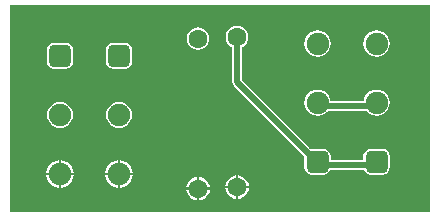
<source format=gbr>
%TF.GenerationSoftware,Altium Limited,Altium Designer,24.7.2 (38)*%
G04 Layer_Physical_Order=2*
G04 Layer_Color=16711680*
%FSLAX43Y43*%
%MOMM*%
%TF.SameCoordinates,D15D1D2A-FCB6-4C81-826D-5CEFA5F89A76*%
%TF.FilePolarity,Positive*%
%TF.FileFunction,Copper,L2,Bot,Signal*%
%TF.Part,Single*%
G01*
G75*
%TA.AperFunction,Conductor*%
%ADD10C,0.500*%
%TA.AperFunction,ComponentPad*%
%ADD11C,1.600*%
G04:AMPARAMS|DCode=12|XSize=1.9mm|YSize=1.9mm|CornerRadius=0.475mm|HoleSize=0mm|Usage=FLASHONLY|Rotation=90.000|XOffset=0mm|YOffset=0mm|HoleType=Round|Shape=RoundedRectangle|*
%AMROUNDEDRECTD12*
21,1,1.900,0.950,0,0,90.0*
21,1,0.950,1.900,0,0,90.0*
1,1,0.950,0.475,0.475*
1,1,0.950,0.475,-0.475*
1,1,0.950,-0.475,-0.475*
1,1,0.950,-0.475,0.475*
%
%ADD12ROUNDEDRECTD12*%
%ADD13C,1.900*%
G36*
X35745Y255D02*
X255D01*
Y17779D01*
X35745D01*
Y255D01*
D02*
G37*
%LPC*%
G36*
X16135Y15886D02*
X15887Y15854D01*
X15655Y15758D01*
X15457Y15605D01*
X15304Y15407D01*
X15208Y15175D01*
X15176Y14927D01*
X15208Y14679D01*
X15304Y14447D01*
X15457Y14249D01*
X15655Y14096D01*
X15887Y14000D01*
X16135Y13968D01*
X16383Y14000D01*
X16615Y14096D01*
X16813Y14249D01*
X16966Y14447D01*
X17061Y14679D01*
X17094Y14927D01*
X17061Y15175D01*
X16966Y15407D01*
X16813Y15605D01*
X16615Y15758D01*
X16383Y15854D01*
X16135Y15886D01*
D02*
G37*
G36*
X31250Y15611D02*
X30963Y15573D01*
X30695Y15462D01*
X30465Y15285D01*
X30288Y15055D01*
X30177Y14787D01*
X30139Y14500D01*
X30177Y14213D01*
X30288Y13945D01*
X30465Y13715D01*
X30695Y13538D01*
X30963Y13427D01*
X31250Y13389D01*
X31537Y13427D01*
X31805Y13538D01*
X32035Y13715D01*
X32212Y13945D01*
X32323Y14213D01*
X32361Y14500D01*
X32323Y14787D01*
X32212Y15055D01*
X32035Y15285D01*
X31805Y15462D01*
X31537Y15573D01*
X31250Y15611D01*
D02*
G37*
G36*
X26250D02*
X25963Y15573D01*
X25695Y15462D01*
X25465Y15285D01*
X25288Y15055D01*
X25177Y14787D01*
X25139Y14500D01*
X25177Y14213D01*
X25288Y13945D01*
X25465Y13715D01*
X25695Y13538D01*
X25963Y13427D01*
X26250Y13389D01*
X26537Y13427D01*
X26805Y13538D01*
X27035Y13715D01*
X27212Y13945D01*
X27323Y14213D01*
X27361Y14500D01*
X27323Y14787D01*
X27212Y15055D01*
X27035Y15285D01*
X26805Y15462D01*
X26537Y15573D01*
X26250Y15611D01*
D02*
G37*
G36*
X9920Y14571D02*
X8970D01*
X8726Y14523D01*
X8519Y14384D01*
X8380Y14177D01*
X8332Y13933D01*
Y12983D01*
X8380Y12739D01*
X8519Y12532D01*
X8726Y12393D01*
X8970Y12345D01*
X9920D01*
X10164Y12393D01*
X10371Y12532D01*
X10510Y12739D01*
X10558Y12983D01*
Y13933D01*
X10510Y14177D01*
X10371Y14384D01*
X10164Y14523D01*
X9920Y14571D01*
D02*
G37*
G36*
X4920D02*
X3970D01*
X3726Y14523D01*
X3519Y14384D01*
X3380Y14177D01*
X3332Y13933D01*
Y12983D01*
X3380Y12739D01*
X3519Y12532D01*
X3726Y12393D01*
X3970Y12345D01*
X4920D01*
X5164Y12393D01*
X5371Y12532D01*
X5510Y12739D01*
X5558Y12983D01*
Y13933D01*
X5510Y14177D01*
X5371Y14384D01*
X5164Y14523D01*
X4920Y14571D01*
D02*
G37*
G36*
X31250Y10611D02*
X30963Y10573D01*
X30695Y10462D01*
X30465Y10285D01*
X30288Y10055D01*
X30177Y9787D01*
X30154Y9613D01*
X27346D01*
X27323Y9787D01*
X27212Y10055D01*
X27035Y10285D01*
X26805Y10462D01*
X26537Y10573D01*
X26250Y10611D01*
X25963Y10573D01*
X25695Y10462D01*
X25465Y10285D01*
X25288Y10055D01*
X25177Y9787D01*
X25139Y9500D01*
X25177Y9213D01*
X25288Y8945D01*
X25465Y8715D01*
X25695Y8538D01*
X25963Y8427D01*
X26250Y8389D01*
X26537Y8427D01*
X26805Y8538D01*
X27035Y8715D01*
X27097Y8795D01*
X30403D01*
X30465Y8715D01*
X30695Y8538D01*
X30963Y8427D01*
X31250Y8389D01*
X31537Y8427D01*
X31805Y8538D01*
X32035Y8715D01*
X32212Y8945D01*
X32323Y9213D01*
X32361Y9500D01*
X32323Y9787D01*
X32212Y10055D01*
X32035Y10285D01*
X31805Y10462D01*
X31537Y10573D01*
X31250Y10611D01*
D02*
G37*
G36*
X9445Y9569D02*
X9158Y9531D01*
X8890Y9420D01*
X8660Y9243D01*
X8483Y9013D01*
X8372Y8745D01*
X8334Y8458D01*
X8372Y8171D01*
X8483Y7903D01*
X8660Y7673D01*
X8890Y7496D01*
X9158Y7385D01*
X9445Y7348D01*
X9732Y7385D01*
X10000Y7496D01*
X10230Y7673D01*
X10407Y7903D01*
X10518Y8171D01*
X10555Y8458D01*
X10518Y8745D01*
X10407Y9013D01*
X10230Y9243D01*
X10000Y9420D01*
X9732Y9531D01*
X9445Y9569D01*
D02*
G37*
G36*
X4445D02*
X4157Y9531D01*
X3890Y9420D01*
X3660Y9243D01*
X3483Y9013D01*
X3372Y8745D01*
X3334Y8458D01*
X3372Y8171D01*
X3483Y7903D01*
X3660Y7673D01*
X3890Y7496D01*
X4157Y7385D01*
X4445Y7348D01*
X4732Y7385D01*
X5000Y7496D01*
X5230Y7673D01*
X5407Y7903D01*
X5518Y8171D01*
X5555Y8458D01*
X5518Y8745D01*
X5407Y9013D01*
X5230Y9243D01*
X5000Y9420D01*
X4732Y9531D01*
X4445Y9569D01*
D02*
G37*
G36*
X9545Y4605D02*
Y3558D01*
X10592D01*
X10565Y3758D01*
X10449Y4038D01*
X10265Y4278D01*
X10025Y4463D01*
X9745Y4578D01*
X9545Y4605D01*
D02*
G37*
G36*
X4545D02*
Y3558D01*
X5592D01*
X5565Y3758D01*
X5449Y4038D01*
X5265Y4278D01*
X5025Y4463D01*
X4745Y4578D01*
X4545Y4605D01*
D02*
G37*
G36*
X4345D02*
X4145Y4578D01*
X3865Y4463D01*
X3625Y4278D01*
X3440Y4038D01*
X3325Y3758D01*
X3298Y3558D01*
X4345D01*
Y4605D01*
D02*
G37*
G36*
X9345D02*
X9145Y4578D01*
X8865Y4463D01*
X8625Y4278D01*
X8440Y4038D01*
X8325Y3758D01*
X8298Y3558D01*
X9345D01*
Y4605D01*
D02*
G37*
G36*
X19437Y16013D02*
X19189Y15981D01*
X18957Y15885D01*
X18759Y15732D01*
X18606Y15534D01*
X18510Y15302D01*
X18478Y15054D01*
X18510Y14806D01*
X18606Y14574D01*
X18759Y14376D01*
X18957Y14223D01*
X19028Y14194D01*
Y11221D01*
X19059Y11065D01*
X19148Y10932D01*
X25137Y4943D01*
Y4025D01*
X25185Y3781D01*
X25324Y3574D01*
X25531Y3435D01*
X25775Y3387D01*
X26725D01*
X26969Y3435D01*
X27176Y3574D01*
X27315Y3781D01*
X27318Y3795D01*
X30182D01*
X30185Y3781D01*
X30324Y3574D01*
X30531Y3435D01*
X30775Y3387D01*
X31725D01*
X31969Y3435D01*
X32176Y3574D01*
X32315Y3781D01*
X32363Y4025D01*
Y4975D01*
X32315Y5219D01*
X32176Y5426D01*
X31969Y5565D01*
X31725Y5613D01*
X30775D01*
X30531Y5565D01*
X30324Y5426D01*
X30185Y5219D01*
X30137Y4975D01*
Y4613D01*
X27363D01*
Y4975D01*
X27315Y5219D01*
X27176Y5426D01*
X26969Y5565D01*
X26725Y5613D01*
X25775D01*
X25648Y5588D01*
X19846Y11390D01*
Y14194D01*
X19917Y14223D01*
X20115Y14376D01*
X20268Y14574D01*
X20363Y14806D01*
X20396Y15054D01*
X20363Y15302D01*
X20268Y15534D01*
X20115Y15732D01*
X19917Y15885D01*
X19685Y15981D01*
X19437Y16013D01*
D02*
G37*
G36*
X19537Y3349D02*
Y2454D01*
X20432D01*
X20411Y2615D01*
X20310Y2858D01*
X20150Y3067D01*
X19941Y3227D01*
X19698Y3328D01*
X19537Y3349D01*
D02*
G37*
G36*
X19337Y3349D02*
X19176Y3328D01*
X18933Y3227D01*
X18724Y3067D01*
X18563Y2858D01*
X18463Y2615D01*
X18441Y2454D01*
X19337D01*
Y3349D01*
D02*
G37*
G36*
X16235Y3222D02*
Y2327D01*
X17130D01*
X17109Y2488D01*
X17008Y2731D01*
X16848Y2940D01*
X16639Y3101D01*
X16396Y3201D01*
X16235Y3222D01*
D02*
G37*
G36*
X16035D02*
X15874Y3201D01*
X15631Y3101D01*
X15422Y2940D01*
X15261Y2731D01*
X15161Y2488D01*
X15139Y2327D01*
X16035D01*
Y3222D01*
D02*
G37*
G36*
X10592Y3358D02*
X9545D01*
Y2311D01*
X9745Y2338D01*
X10025Y2454D01*
X10265Y2638D01*
X10449Y2878D01*
X10565Y3158D01*
X10592Y3358D01*
D02*
G37*
G36*
X5592D02*
X4545D01*
Y2311D01*
X4745Y2338D01*
X5025Y2454D01*
X5265Y2638D01*
X5449Y2878D01*
X5565Y3158D01*
X5592Y3358D01*
D02*
G37*
G36*
X9345D02*
X8298D01*
X8325Y3158D01*
X8440Y2878D01*
X8625Y2638D01*
X8865Y2454D01*
X9145Y2338D01*
X9345Y2311D01*
Y3358D01*
D02*
G37*
G36*
X4345D02*
X3298D01*
X3325Y3158D01*
X3440Y2878D01*
X3625Y2638D01*
X3865Y2454D01*
X4145Y2338D01*
X4345Y2311D01*
Y3358D01*
D02*
G37*
G36*
X20432Y2254D02*
X19537D01*
Y1359D01*
X19698Y1380D01*
X19941Y1481D01*
X20150Y1641D01*
X20310Y1850D01*
X20411Y2093D01*
X20432Y2254D01*
D02*
G37*
G36*
X19337D02*
X18441D01*
X18463Y2093D01*
X18563Y1850D01*
X18724Y1641D01*
X18933Y1481D01*
X19176Y1380D01*
X19337Y1359D01*
Y2254D01*
D02*
G37*
G36*
X17130Y2127D02*
X16235D01*
Y1232D01*
X16396Y1253D01*
X16639Y1354D01*
X16848Y1514D01*
X17008Y1723D01*
X17109Y1966D01*
X17130Y2127D01*
D02*
G37*
G36*
X16035D02*
X15139D01*
X15161Y1966D01*
X15261Y1723D01*
X15422Y1514D01*
X15631Y1354D01*
X15874Y1253D01*
X16035Y1232D01*
Y2127D01*
D02*
G37*
%LPD*%
D10*
X26454Y9204D02*
X31454D01*
X26454Y4204D02*
X31454D01*
X19437Y11221D02*
X26454Y4204D01*
X19437Y11221D02*
Y15054D01*
D11*
D03*
Y2354D02*
D03*
X16135Y2227D02*
D03*
Y14927D02*
D03*
D12*
X26250Y4500D02*
D03*
X31250D02*
D03*
X9445Y13458D02*
D03*
X4445D02*
D03*
D13*
X26250Y9500D02*
D03*
X31250D02*
D03*
Y14500D02*
D03*
X26250D02*
D03*
X9445Y8458D02*
D03*
X4445D02*
D03*
Y3458D02*
D03*
X9445D02*
D03*
%TF.MD5,9d4d70a5c1f6e35f9699bec2cced375b*%
M02*

</source>
